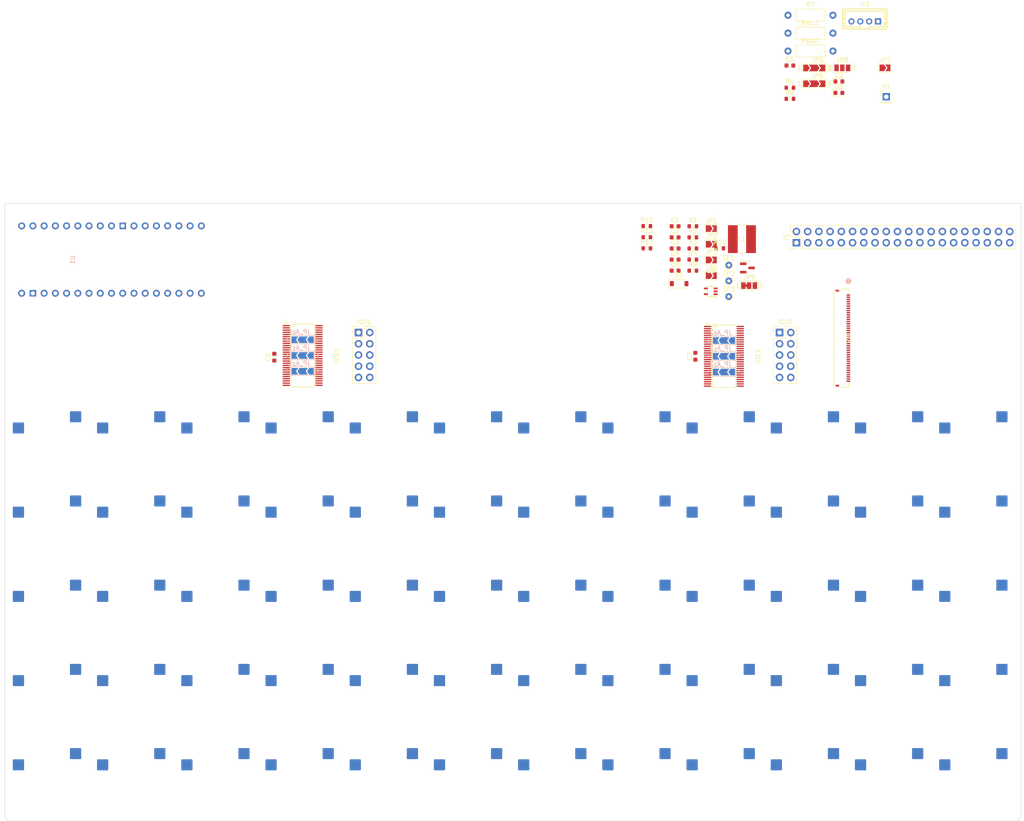
<source format=kicad_pcb>
(kicad_pcb
	(version 20241229)
	(generator "pcbnew")
	(generator_version "9.0")
	(general
		(thickness 1.6)
		(legacy_teardrops no)
	)
	(paper "A4")
	(layers
		(0 "F.Cu" signal)
		(4 "In1.Cu" signal)
		(6 "In2.Cu" signal)
		(2 "B.Cu" signal)
		(9 "F.Adhes" user "F.Adhesive")
		(11 "B.Adhes" user "B.Adhesive")
		(13 "F.Paste" user)
		(15 "B.Paste" user)
		(5 "F.SilkS" user "F.Silkscreen")
		(7 "B.SilkS" user "B.Silkscreen")
		(1 "F.Mask" user)
		(3 "B.Mask" user)
		(17 "Dwgs.User" user "User.Drawings")
		(19 "Cmts.User" user "User.Comments")
		(21 "Eco1.User" user "User.Eco1")
		(23 "Eco2.User" user "User.Eco2")
		(25 "Edge.Cuts" user)
		(27 "Margin" user)
		(31 "F.CrtYd" user "F.Courtyard")
		(29 "B.CrtYd" user "B.Courtyard")
		(35 "F.Fab" user)
		(33 "B.Fab" user)
		(39 "User.1" user)
		(41 "User.2" user)
		(43 "User.3" user)
		(45 "User.4" user)
		(47 "User.5" user)
		(49 "User.6" user)
		(51 "User.7" user)
		(53 "User.8" user)
		(55 "User.9" user)
	)
	(setup
		(stackup
			(layer "F.SilkS"
				(type "Top Silk Screen")
			)
			(layer "F.Paste"
				(type "Top Solder Paste")
			)
			(layer "F.Mask"
				(type "Top Solder Mask")
				(thickness 0.01)
			)
			(layer "F.Cu"
				(type "copper")
				(thickness 0.035)
			)
			(layer "dielectric 1"
				(type "prepreg")
				(thickness 0.1)
				(material "FR4")
				(epsilon_r 4.5)
				(loss_tangent 0.02)
			)
			(layer "In1.Cu"
				(type "copper")
				(thickness 0.035)
			)
			(layer "dielectric 2"
				(type "core")
				(thickness 1.24)
				(material "FR4")
				(epsilon_r 4.5)
				(loss_tangent 0.02)
			)
			(layer "In2.Cu"
				(type "copper")
				(thickness 0.035)
			)
			(layer "dielectric 3"
				(type "prepreg")
				(thickness 0.1)
				(material "FR4")
				(epsilon_r 4.5)
				(loss_tangent 0.02)
			)
			(layer "B.Cu"
				(type "copper")
				(thickness 0.035)
			)
			(layer "B.Mask"
				(type "Bottom Solder Mask")
				(thickness 0.01)
			)
			(layer "B.Paste"
				(type "Bottom Solder Paste")
			)
			(layer "B.SilkS"
				(type "Bottom Silk Screen")
			)
			(copper_finish "HAL lead-free")
			(dielectric_constraints no)
		)
		(pad_to_mask_clearance 0)
		(allow_soldermask_bridges_in_footprints no)
		(tenting front back)
		(pcbplotparams
			(layerselection 0x00000000_00000000_55555555_5755f5ff)
			(plot_on_all_layers_selection 0x00000000_00000000_00000000_00000000)
			(disableapertmacros no)
			(usegerberextensions no)
			(usegerberattributes yes)
			(usegerberadvancedattributes yes)
			(creategerberjobfile yes)
			(dashed_line_dash_ratio 12.000000)
			(dashed_line_gap_ratio 3.000000)
			(svgprecision 4)
			(plotframeref no)
			(mode 1)
			(useauxorigin no)
			(hpglpennumber 1)
			(hpglpenspeed 20)
			(hpglpendiameter 15.000000)
			(pdf_front_fp_property_popups yes)
			(pdf_back_fp_property_popups yes)
			(pdf_metadata yes)
			(pdf_single_document no)
			(dxfpolygonmode yes)
			(dxfimperialunits yes)
			(dxfusepcbnewfont yes)
			(psnegative no)
			(psa4output no)
			(plot_black_and_white yes)
			(sketchpadsonfab no)
			(plotpadnumbers no)
			(hidednponfab no)
			(sketchdnponfab yes)
			(crossoutdnponfab yes)
			(subtractmaskfromsilk no)
			(outputformat 1)
			(mirror no)
			(drillshape 1)
			(scaleselection 1)
			(outputdirectory "")
		)
	)
	(net 0 "")
	(net 1 "Net-(JP9-C)")
	(net 2 "/LEDA_{TFT}")
	(net 3 "/LEDK_{TFT}")
	(net 4 "+3.3V")
	(net 5 "+5V")
	(net 6 "Net-(D1-A)")
	(net 7 "Net-(D2-A)")
	(net 8 "~{RST}")
	(net 9 "/~{RST_{TFT{slash}TP}}")
	(net 10 "/CS_{SPI{slash}TFT}")
	(net 11 "/Switch Matrix Left Half/SWPIN_{4,2}")
	(net 12 "/Switch Matrix Left Half/SWPIN_{0,2}")
	(net 13 "/Switch Matrix Left Half/SWPIN_{1,7}")
	(net 14 "/Switch Matrix Left Half/SWPIN_{3,7}")
	(net 15 "/Switch Matrix Left Half/SWPIN_{4,6}")
	(net 16 "/Switch Matrix Left Half/SWPIN_{3,5}")
	(net 17 "/Switch Matrix Left Half/SWPIN_{4,0}")
	(net 18 "/Switch Matrix Left Half/SWPIN_{2,1}")
	(net 19 "/Switch Matrix Left Half/SWPIN_{0,6}")
	(net 20 "/INT_{LR}")
	(net 21 "/Switch Matrix Left Half/SWPIN_{2,0}")
	(net 22 "/Switch Matrix Left Half/SWPIN_{1,2}")
	(net 23 "/Switch Matrix Left Half/SWPIN_{0,7}")
	(net 24 "/Switch Matrix Left Half/SWPIN_{0,4}")
	(net 25 "/Switch Matrix Left Half/SWPIN_{1,5}")
	(net 26 "/Switch Matrix Left Half/SWPIN_{2,2}")
	(net 27 "/Switch Matrix Left Half/SWPIN_{3,3}")
	(net 28 "/Switch Matrix Left Half/SWPIN_{4,3}")
	(net 29 "Net-(IOE1-A2)")
	(net 30 "/Switch Matrix Left Half/SWPIN_{2,6}")
	(net 31 "/Switch Matrix Left Half/SWPIN_{3,0}")
	(net 32 "/Switch Matrix Left Half/SWPIN_{4,7}")
	(net 33 "/Switch Matrix Left Half/SWPIN_{1,0}")
	(net 34 "Net-(IOE1-A0)")
	(net 35 "/Switch Matrix Left Half/SWPIN_{1,3}")
	(net 36 "/Switch Matrix Left Half/SWPIN_{1,4}")
	(net 37 "/Switch Matrix Left Half/SWPIN_{2,4}")
	(net 38 "/Switch Matrix Left Half/SWPIN_{2,5}")
	(net 39 "Net-(IOE1-A1)")
	(net 40 "/Switch Matrix Left Half/SWPIN_{3,1}")
	(net 41 "SCL")
	(net 42 "/Switch Matrix Left Half/SWPIN_{4,4}")
	(net 43 "/Switch Matrix Left Half/SWPIN_{0,0}")
	(net 44 "/Switch Matrix Left Half/SWPIN_{4,5}")
	(net 45 "/Switch Matrix Left Half/SWPIN_{3,6}")
	(net 46 "/Switch Matrix Left Half/SWPIN_{4,1}")
	(net 47 "/Switch Matrix Left Half/SWPIN_{1,1}")
	(net 48 "/Switch Matrix Left Half/SWPIN_{3,4}")
	(net 49 "/Switch Matrix Left Half/SWPIN_{0,3}")
	(net 50 "/Switch Matrix Left Half/SWPIN_{1,6}")
	(net 51 "/Switch Matrix Left Half/SWPIN_{2,7}")
	(net 52 "/Switch Matrix Left Half/SWPIN_{3,2}")
	(net 53 "SDA")
	(net 54 "/Switch Matrix Left Half/SWPIN_{2,3}")
	(net 55 "/Switch Matrix Left Half/SWPIN_{0,5}")
	(net 56 "/Switch Matrix Left Half/SWPIN_{0,1}")
	(net 57 "/Switch Matrix Right Half/SWPIN_{1,6}")
	(net 58 "/Switch Matrix Right Half/SWPIN_{4,4}")
	(net 59 "/Switch Matrix Right Half/SWPIN_{3,4}")
	(net 60 "Net-(IOE2-A0)")
	(net 61 "/Switch Matrix Right Half/SWPIN_{1,0}")
	(net 62 "/Switch Matrix Right Half/SWPIN_{2,3}")
	(net 63 "/Switch Matrix Right Half/SWPIN_{3,6}")
	(net 64 "Net-(IOE2-A1)")
	(net 65 "/Switch Matrix Right Half/SWPIN_{3,0}")
	(net 66 "/Switch Matrix Right Half/SWPIN_{0,2}")
	(net 67 "/Switch Matrix Right Half/SWPIN_{3,2}")
	(net 68 "/Switch Matrix Right Half/SWPIN_{1,3}")
	(net 69 "/Switch Matrix Right Half/SWPIN_{4,6}")
	(net 70 "/Switch Matrix Right Half/SWPIN_{2,4}")
	(net 71 "/Switch Matrix Right Half/SWPIN_{2,6}")
	(net 72 "/Switch Matrix Right Half/SWPIN_{1,4}")
	(net 73 "/Switch Matrix Right Half/SWPIN_{3,7}")
	(net 74 "/Switch Matrix Right Half/SWPIN_{3,5}")
	(net 75 "/Switch Matrix Right Half/SWPIN_{2,5}")
	(net 76 "/Switch Matrix Right Half/SWPIN_{4,5}")
	(net 77 "/Switch Matrix Right Half/SWPIN_{2,0}")
	(net 78 "unconnected-(U1-VBAT-Pad1)")
	(net 79 "/Switch Matrix Right Half/SWPIN_{4,0}")
	(net 80 "GND")
	(net 81 "/Switch Matrix Right Half/SWPIN_{1,2}")
	(net 82 "/Switch Matrix Right Half/SWPIN_{0,3}")
	(net 83 "/Switch Matrix Right Half/SWPIN_{0,7}")
	(net 84 "Net-(IOE2-A2)")
	(net 85 "/Switch Matrix Right Half/SWPIN_{2,2}")
	(net 86 "/Switch Matrix Right Half/SWPIN_{0,1}")
	(net 87 "/Switch Matrix Right Half/SWPIN_{0,4}")
	(net 88 "/Switch Matrix Right Half/SWPIN_{4,7}")
	(net 89 "/Switch Matrix Right Half/SWPIN_{0,0}")
	(net 90 "/Switch Matrix Right Half/SWPIN_{4,3}")
	(net 91 "/Switch Matrix Right Half/SWPIN_{2,7}")
	(net 92 "/Switch Matrix Right Half/SWPIN_{1,1}")
	(net 93 "/Switch Matrix Right Half/SWPIN_{0,5}")
	(net 94 "/Switch Matrix Right Half/SWPIN_{4,2}")
	(net 95 "/Switch Matrix Right Half/SWPIN_{0,6}")
	(net 96 "/Switch Matrix Right Half/SWPIN_{3,1}")
	(net 97 "/G5")
	(net 98 "/Switch Matrix Right Half/SWPIN_{2,1}")
	(net 99 "/Switch Matrix Right Half/SWPIN_{1,7}")
	(net 100 "/Switch Matrix Right Half/SWPIN_{4,1}")
	(net 101 "/Switch Matrix Right Half/SWPIN_{1,5}")
	(net 102 "/R1")
	(net 103 "/R5")
	(net 104 "/B1")
	(net 105 "/G2")
	(net 106 "/Switch Matrix Right Half/SWPIN_{3,3}")
	(net 107 "/SCK_{SPI}")
	(net 108 "/HSYNC_{TFT}")
	(net 109 "/B4")
	(net 110 "/G4")
	(net 111 "/MOSI_{SPI}")
	(net 112 "/IM0")
	(net 113 "+3.3V_{LDO2}")
	(net 114 "/G3")
	(net 115 "/DE_{TFT}")
	(net 116 "/IM1")
	(net 117 "/G1")
	(net 118 "/B2")
	(net 119 "/G0")
	(net 120 "/INT_{TP}")
	(net 121 "/R3")
	(net 122 "Net-(J1-Pin_12)")
	(net 123 "/R2")
	(net 124 "/VSYNC_{TFT}")
	(net 125 "Net-(JP1-A)")
	(net 126 "/B5")
	(net 127 "Net-(JP2-A)")
	(net 128 "/R4")
	(net 129 "Net-(JP3-A)")
	(net 130 "Net-(JP4-A)")
	(net 131 "/B3")
	(net 132 "/INT_{TP}{slash}~{RST_{TFT{slash}TP}}")
	(net 133 "Net-(JP9-A)")
	(net 134 "Net-(Q1-G)")
	(net 135 "/PCLK_{TFT}")
	(net 136 "/BGPWM_{TFT}")
	(net 137 "Net-(R10-Pad1)")
	(net 138 "Net-(R11-Pad2)")
	(net 139 "Net-(R13-Pad2)")
	(net 140 "Net-(R11-Pad1)")
	(footprint "easyeda2kicad:TSSOP-56_L14.0-W6.1-P0.50-LS8.1-BL" (layer "F.Cu") (at 188.07 56.17 -90))
	(footprint "easyeda2kicad:TSSOP-56_L14.0-W6.1-P0.50-LS8.1-BL" (layer "F.Cu") (at 92.77 55.99 -90))
	(footprint "Resistor_SMD:R_0603_1608Metric" (layer "F.Cu") (at 170.625 31.75))
	(footprint "Project_Library:CONN_F3311A7H121040E200_AMP" (layer "F.Cu") (at 214.63 52.07 -90))
	(footprint "easyeda2kicad:CONN-TH_B4B-PH-K-LF-SN" (layer "F.Cu") (at 219.925 -19.58))
	(footprint "Capacitor_SMD:C_0603_1608Metric" (layer "F.Cu") (at 177.025 26.76))
	(footprint "Resistor_SMD:R_0603_1608Metric" (layer "F.Cu") (at 181.035 34.29))
	(footprint "TestPoint:TestPoint_THTPad_D1.5mm_Drill0.7mm" (layer "F.Cu") (at 189.165 35.56))
	(footprint "Resistor_THT:R_Axial_DIN0207_L6.3mm_D2.5mm_P10.16mm_Horizontal" (layer "F.Cu") (at 202.565 -20.98))
	(footprint "Resistor_SMD:R_0603_1608Metric" (layer "F.Cu") (at 202.995 -4.58))
	(footprint "Connector_PinHeader_2.54mm:PinHeader_2x05_P2.54mm_Vertical" (layer "F.Cu") (at 105.41 50.8))
	(footprint "Project_Library:IND_BOURNS_SRR5028" (layer "F.Cu") (at 192.14 29.665))
	(footprint "Diode_SMD:D_SOD-123" (layer "F.Cu") (at 177.94 39.73))
	(footprint "Resistor_SMD:R_0603_1608Metric" (layer "F.Cu") (at 170.625 26.73))
	(footprint "Resistor_SMD:R_0603_1608Metric" (layer "F.Cu") (at 181.035 26.76))
	(footprint "Connector_PinHeader_2.54mm:PinHeader_1x01_P2.54mm_Vertical" (layer "F.Cu") (at 224.79 -2.54))
	(footprint "Resistor_SMD:R_0603_1608Metric" (layer "F.Cu") (at 202.995 -2.07))
	(footprint "Jumper:SolderJumper-2_P1.3mm_Open_TrianglePad1.0x1.5mm" (layer "F.Cu") (at 185.215 27.28))
	(footprint "Jumper:SolderJumper-2_P1.3mm_Open_TrianglePad1.0x1.5mm" (layer "F.Cu") (at 185.215 30.83))
	(footprint "Capacitor_SMD:C_0603_1608Metric" (layer "F.Cu") (at 181.61 56.17 90))
	(footprint "Resistor_THT:R_Axial_DIN0207_L6.3mm_D2.5mm_P10.16mm_Horizontal" (layer "F.Cu") (at 202.565 -16.93))
	(footprint "PCM_JLCPCB:Q_SOT-23" (layer "F.Cu") (at 193.385 36.185))
	(footprint "Jumper:SolderJumper-3_P1.3mm_Open_Pad1.0x1.5mm_NumberLabels" (layer "F.Cu") (at 214.855 -9.08))
	(footprint "Jumper:SolderJumper-2_P1.3mm_Open_TrianglePad1.0x1.5mm" (layer "F.Cu") (at 185.215 34.38))
	(footprint "Resistor_SMD:R_0603_1608Metric" (layer "F.Cu") (at 181.035 31.78))
	(footprint "Jumper:SolderJumper-2_P1.3mm_Open_TrianglePad1.0x1.5mm" (layer "F.Cu") (at 185.215 37.93))
	(footprint "Diode_SMD:D_0603_1608Metric" (layer "F.Cu") (at 214.075 -6.01))
	(footprint "Resistor_SMD:R_0603_1608Metric" (layer "F.Cu") (at 181.035 29.27))
	(footprint "Capacitor_SMD:C_0603_1608Metric" (layer "F.Cu") (at 177.025 36.8))
	(footprint "Resistor_SMD:R_0603_1608Metric" (layer "F.Cu") (at 187.135 31.75))
	(footprint "Capacitor_SMD:C_0603_1608Metric" (layer "F.Cu") (at 177.025 34.29))
	(footprint "Resistor_SMD:R_0603_1608Metric" (layer "F.Cu") (at 170.625 29.24))
	(footprint "Project_Library:SolderJumper-3_P2.0mm_Open_TrianglePad1.0x1.5mm_LTR" (layer "F.Cu") (at 208.505 -9.06))
	(footprint "Jumper:SolderJumper-2_P1.3mm_Open_TrianglePad1.0x1.5mm" (layer "F.Cu") (at 224.505 -9.08))
	(footprint "Resistor_SMD:R_0603_1608Metric"
		(layer "F.Cu")
		(uuid "c0c715f5-29c4-41ba-98a4-ac69d2300a36")
		(at 181.035 36.8)
		(descr "Resistor SMD 0603 (1608 Metric), square (rectangular) end terminal, IPC-7351 nominal, (Body size source: IPC-SM-782 page 72, https://www.pcb-3d.com/wordpress/wp-content/uploads/ipc-sm-782a_amendment_1_and_2.pdf), generated with kicad-footprint-generator")
		(tags "resistor")
		(property "Reference" "R9"
			(at 0 -1.43 0)
			(layer "F.SilkS")
			(uuid "28c56db2-cfe3-4139-bc64-362c2e348043")
			(effects
				(font
					(size 1 1)
					(thickness 0.15)
				)
			)
		)
		(property "Value" "100 Ohm"
			(at 0 1.43 0)
			(layer "F.Fab")
			(uuid "756663ad-4d2e-47c9-9af2-78c89caddb3f")
			(effects
				(font
					(size 1 1)
					(thickness 0.15)
				)
			)
		)
		(property "Datasheet" "~"
			(at 0 0 0)
			(layer "F.Fab")
			(hide yes)
			(uuid "1267baad-1f68-464c-8b07-94e1779e971b")
			(effects
				(font
					(size 1.27 1.27)
					(thickness 0.15)
				)
			)
		)
		(property "Description" "Resistor, small symbol"
			(at 0 0 0)
			(layer "F.Fab")
			(hide yes)
			(uuid "56dd2074-5180-4a7e-b6ac-3381fc829178")
			(effects
				(font
					(size 1.27 1.27)
					(thickness 0.15)
				)
			)
		)
		(property ki_fp_filters "R_*")
		(path "/628f2de5-a5de-421c-af90-8153f9f7644b/1b0de3ee-6f3c-47fb-a857-1c37b82e0f96")
		(sheetname "/Backlight Boost Converter/")
		(sheetfile "backlight_boost_converter.kicad_sch")
		(attr smd)
		(fp_line
			(start -0.237258 -0.5225)
			(end 0.237258 -0.5225)
			(stroke
				(width 0.12)
				(type solid)
			)
			(layer "F.SilkS")
			(uuid "a2f94645-fe87-4630-9139-c89c979f444b")
		)
		(fp_line
			(start -0.237258 0.5225)
			(end 0.237258 0.5225)
			(stroke
				(width 0.12)
				(type solid)
			)
			(layer "F.SilkS")
			(uuid "40a179f8-17c8-443b-9d23-802ff6c403d8")
		)
		(fp_line
			(start -1.48 -0.73)
			(end 1.48 -0.73)
			(stroke
				(width 0.05)
				(type solid)
			)
			(layer "F.CrtYd")
			(uuid "3e826124-3a7a-48f6-a6bf-b4ea1c4925d0")
		)
		(fp_line
			(start -1.48 0.73)
			(end -1.48 -0.73)
			(stroke
				(width 0.05)
				(type solid)
			)
			(layer "F.CrtYd")
			(uuid "d80260a5-c07e-474e-8f07-a32b8dd6f6ae")
		)
		(fp_line
			(start 1.48 -0.73)
			(end 1.48 0.73)
			(stroke
				(width 0.05)
				(type solid)
			)
			(layer "F.CrtYd")
			(uuid "e08462cf-c5dc-4ed8-bc2a-e2cffec0d528")
		)
		(fp_line
			(start 1.48 0.73)
			(end -1.48 0.73)
			(stroke
				(width 0.05)
				(type solid)
			)
			(layer "F.CrtYd")
			(uuid "53c21526-8ef2-4d0e-9b97-f7c78dd1533a")
		)
		(fp_line
			(start -0.8 -0.4125)
			(end 0.8 -0.4125)
			(stroke
				(width 0.1)
				(type solid)
			)
			(layer "F.Fab")
			(uuid "6f82ce21-2b8f-435e-ba80-d45c9282baf5")
		)
		(fp_line
			(start -0.8 0.4125)
			(end -0.8 -0.4125)
			(stroke
				(width 0.1)
				(type solid)
			)
			(layer "F.Fab")
			(uuid "27543120-d1d7-49c7-992
... [563825 chars truncated]
</source>
